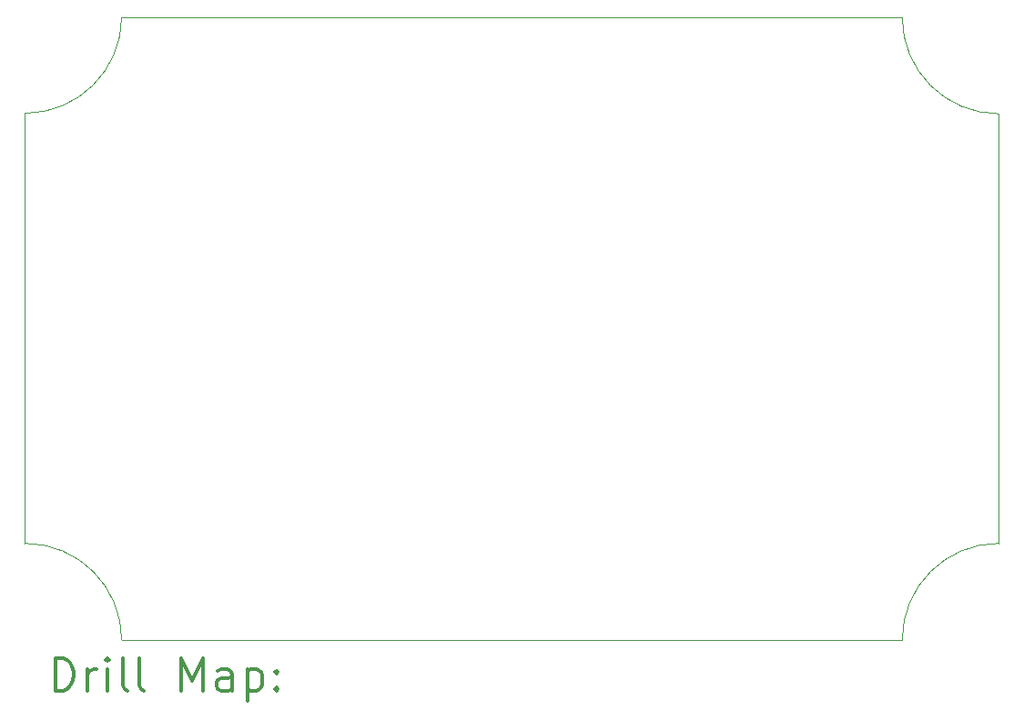
<source format=gbr>
%FSLAX45Y45*%
G04 Gerber Fmt 4.5, Leading zero omitted, Abs format (unit mm)*
G04 Created by KiCad (PCBNEW 5.1.5+dfsg1-2build2) date 2022-03-24 14:40:56*
%MOMM*%
%LPD*%
G04 APERTURE LIST*
%TA.AperFunction,Profile*%
%ADD10C,0.100000*%
%TD*%
%ADD11C,0.200000*%
%ADD12C,0.300000*%
G04 APERTURE END LIST*
D10*
X13900000Y-8700000D02*
G75*
G02X14800000Y-9600000I0J-900000D01*
G01*
X22060000Y-9600000D02*
G75*
G02X22960000Y-8700000I900000J0D01*
G01*
X22960000Y-4700000D02*
G75*
G02X22060000Y-3800000I0J900000D01*
G01*
X14799986Y-3800009D02*
G75*
G02X13900000Y-4695000I-899986J5009D01*
G01*
X22960000Y-8700000D02*
X22960000Y-4700000D01*
X13900000Y-8700000D02*
X13900000Y-4695000D01*
X18430000Y-3800000D02*
X22060000Y-3800000D01*
X18430000Y-3800000D02*
X14800000Y-3800000D01*
X18430000Y-9600000D02*
X22060000Y-9600000D01*
X18430000Y-9600000D02*
X14800000Y-9600000D01*
D11*
D12*
X14181428Y-10070714D02*
X14181428Y-9770714D01*
X14252857Y-9770714D01*
X14295714Y-9785000D01*
X14324286Y-9813572D01*
X14338571Y-9842143D01*
X14352857Y-9899286D01*
X14352857Y-9942143D01*
X14338571Y-9999286D01*
X14324286Y-10027857D01*
X14295714Y-10056429D01*
X14252857Y-10070714D01*
X14181428Y-10070714D01*
X14481428Y-10070714D02*
X14481428Y-9870714D01*
X14481428Y-9927857D02*
X14495714Y-9899286D01*
X14510000Y-9885000D01*
X14538571Y-9870714D01*
X14567143Y-9870714D01*
X14667143Y-10070714D02*
X14667143Y-9870714D01*
X14667143Y-9770714D02*
X14652857Y-9785000D01*
X14667143Y-9799286D01*
X14681428Y-9785000D01*
X14667143Y-9770714D01*
X14667143Y-9799286D01*
X14852857Y-10070714D02*
X14824286Y-10056429D01*
X14810000Y-10027857D01*
X14810000Y-9770714D01*
X15010000Y-10070714D02*
X14981428Y-10056429D01*
X14967143Y-10027857D01*
X14967143Y-9770714D01*
X15352857Y-10070714D02*
X15352857Y-9770714D01*
X15452857Y-9985000D01*
X15552857Y-9770714D01*
X15552857Y-10070714D01*
X15824286Y-10070714D02*
X15824286Y-9913572D01*
X15810000Y-9885000D01*
X15781428Y-9870714D01*
X15724286Y-9870714D01*
X15695714Y-9885000D01*
X15824286Y-10056429D02*
X15795714Y-10070714D01*
X15724286Y-10070714D01*
X15695714Y-10056429D01*
X15681428Y-10027857D01*
X15681428Y-9999286D01*
X15695714Y-9970714D01*
X15724286Y-9956429D01*
X15795714Y-9956429D01*
X15824286Y-9942143D01*
X15967143Y-9870714D02*
X15967143Y-10170714D01*
X15967143Y-9885000D02*
X15995714Y-9870714D01*
X16052857Y-9870714D01*
X16081428Y-9885000D01*
X16095714Y-9899286D01*
X16110000Y-9927857D01*
X16110000Y-10013572D01*
X16095714Y-10042143D01*
X16081428Y-10056429D01*
X16052857Y-10070714D01*
X15995714Y-10070714D01*
X15967143Y-10056429D01*
X16238571Y-10042143D02*
X16252857Y-10056429D01*
X16238571Y-10070714D01*
X16224286Y-10056429D01*
X16238571Y-10042143D01*
X16238571Y-10070714D01*
X16238571Y-9885000D02*
X16252857Y-9899286D01*
X16238571Y-9913572D01*
X16224286Y-9899286D01*
X16238571Y-9885000D01*
X16238571Y-9913572D01*
M02*

</source>
